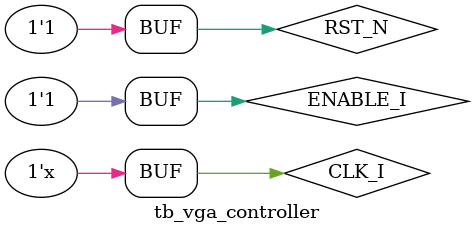
<source format=sv>
`timescale 1ns / 1ps


module tb_vga_controller();


  reg           CLK_I             ;
  reg           RST_N             ;
  reg           ENABLE_I          ;
  reg [11:0]    PXL_DATA          ;


  wire [3:0]    RED_O             ;
  wire [3:0]    GREEN_O           ;
  wire [3:0]    BLUE_O            ;
  wire          HSYNC_O           ;
  wire          VSYNC_O           ;
  wire [15:0]   ADDRESS_O         ;
  wire          ENABLE_O          ;

  localparam T_25 = 40            ;

  always #(T_25/2) CLK_I = ~ CLK_I;

  initial begin
    CLK_I            <= 0         ;
    RST_N            <= 0         ;
    ENABLE_I         <= 0         ;
    PXL_DATA         <= 0         ;
    #(T_25 * 10)                  ;
    RST_N            <= 1         ;
    #(T_25 * 10)                  ;
    ENABLE_I         <= 1         ;
  end

  always @(posedge CLK_I) begin
    if(ENABLE_O)begin
      PXL_DATA       <= $random   ;
    end
  end

  vga_controller  DUTO(
    .CLK_25_I     ( CLK_I    ),   // 25 Mhz input clock
    .RST_N_I      ( RST_N    ),   // Active-low reset
    .ENABLE_I     ( ENABLE_I ),   // Start the controller
    .VIDEO_PXL_I  ( PXL_DATA ),   // {[3:0] RED, [3:0] GREEN, [3:0] BLUE} PIXELS

    .RED_O        ( RED_O    ),   // Red pixels of video
    .GREEN_O      ( GREEN_O  ),   // Green pixels of video
    .BLUE_O       ( BLUE_O   ),   // Blue pixels of video
    .HSYNC_O      ( HSYNC_O  ),   // Horizontal synchronization 
    .VSYNC_O      ( VSYNC_O  ),   // Vertical synchronization
    .VIDEO_EN_O   ( ENABLE_O ),   // Display pixel time 
    .ADDRESS_O    ( ADDRESS_O)    // Read video pixel from BRAM
  );


endmodule
</source>
